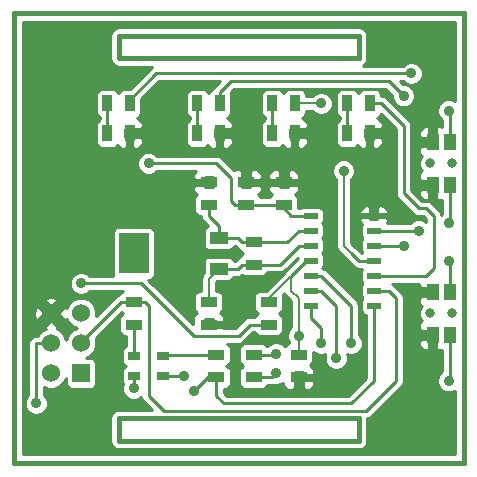
<source format=gtl>
G04 (created by PCBNEW-RS274X (2011-nov-30)-testing) date Mon 10 Sep 2012 05:33:44 PM EDT*
%MOIN*%
G04 Gerber Fmt 3.4, Leading zero omitted, Abs format*
%FSLAX34Y34*%
G01*
G70*
G90*
G04 APERTURE LIST*
%ADD10C,0.006*%
%ADD11C,0.015*%
%ADD12R,0.055X0.035*%
%ADD13R,0.0591X0.0394*%
%ADD14R,0.0984X0.1339*%
%ADD15C,0.0315*%
%ADD16R,0.0413X0.0551*%
%ADD17R,0.045X0.02*%
%ADD18R,0.035X0.055*%
%ADD19R,0.0394X0.0295*%
%ADD20R,0.06X0.06*%
%ADD21C,0.06*%
%ADD22C,0.035*%
%ADD23C,0.008*%
%ADD24C,0.01*%
G04 APERTURE END LIST*
G54D10*
G54D11*
X79500Y-62500D02*
X87500Y-62500D01*
X87500Y-62500D02*
X87500Y-63250D01*
X87500Y-63250D02*
X79500Y-63250D01*
X79500Y-63250D02*
X79500Y-62500D01*
X79500Y-50500D02*
X79500Y-49750D01*
X87500Y-50500D02*
X79500Y-50500D01*
X87500Y-49750D02*
X87500Y-50500D01*
X79500Y-49750D02*
X87500Y-49750D01*
X91000Y-64000D02*
X91000Y-49000D01*
X76000Y-64000D02*
X91000Y-64000D01*
X76000Y-49000D02*
X76000Y-64000D01*
X76000Y-64000D02*
X76000Y-49000D01*
X76000Y-49000D02*
X91000Y-49000D01*
G54D12*
X84000Y-57375D03*
X84000Y-56625D03*
X84500Y-58625D03*
X84500Y-59375D03*
X85000Y-55375D03*
X85000Y-54625D03*
X83750Y-55375D03*
X83750Y-54625D03*
X82500Y-55375D03*
X82500Y-54625D03*
G54D13*
X82835Y-57512D03*
X82835Y-56488D03*
G54D14*
X80000Y-57000D03*
G54D15*
X90604Y-59000D03*
G54D16*
X89965Y-58291D03*
X90535Y-59709D03*
X90535Y-58291D03*
X89965Y-59709D03*
G54D15*
X89896Y-59000D03*
X90604Y-54000D03*
G54D16*
X89965Y-53291D03*
X90535Y-54709D03*
X90535Y-53291D03*
X89965Y-54709D03*
G54D15*
X89896Y-54000D03*
G54D17*
X85900Y-55750D03*
X85900Y-56250D03*
X85900Y-56750D03*
X85900Y-57250D03*
X85900Y-57750D03*
X85900Y-58250D03*
X85900Y-58750D03*
X88000Y-58750D03*
X88000Y-58250D03*
X88000Y-57750D03*
X88000Y-57250D03*
X88000Y-56750D03*
X88000Y-56250D03*
X88000Y-55750D03*
G54D18*
X79875Y-53000D03*
X79125Y-53000D03*
G54D12*
X85500Y-60375D03*
X85500Y-61125D03*
G54D18*
X87875Y-53000D03*
X87125Y-53000D03*
X85375Y-53000D03*
X84625Y-53000D03*
X82875Y-53000D03*
X82125Y-53000D03*
G54D12*
X84000Y-61125D03*
X84000Y-60375D03*
X82750Y-61125D03*
X82750Y-60375D03*
X80000Y-58625D03*
X80000Y-59375D03*
G54D18*
X79875Y-52000D03*
X79125Y-52000D03*
X82875Y-52000D03*
X82125Y-52000D03*
X85375Y-52000D03*
X84625Y-52000D03*
X87875Y-52000D03*
X87125Y-52000D03*
G54D12*
X82500Y-58625D03*
X82500Y-59375D03*
G54D19*
X80028Y-61085D03*
X80028Y-60415D03*
X80972Y-60415D03*
X80972Y-61085D03*
G54D20*
X78250Y-61000D03*
G54D21*
X77250Y-61000D03*
X78250Y-60000D03*
X77250Y-60000D03*
X78250Y-59000D03*
X77250Y-59000D03*
G54D22*
X85500Y-59750D03*
X87750Y-54250D03*
X83250Y-58250D03*
X79750Y-54500D03*
X86500Y-61250D03*
X90000Y-62000D03*
X89500Y-56250D03*
X89250Y-51000D03*
X89000Y-56750D03*
X89000Y-51750D03*
X87000Y-54250D03*
X86250Y-52000D03*
X82000Y-61600D03*
X76750Y-62000D03*
X86250Y-60000D03*
X84750Y-61000D03*
X84750Y-60350D03*
X81675Y-61075D03*
X90500Y-52250D03*
X90500Y-56000D03*
X87250Y-60000D03*
X90500Y-57250D03*
X90500Y-61250D03*
X86750Y-60500D03*
X78250Y-58000D03*
X80000Y-61500D03*
X80500Y-54000D03*
G54D23*
X84500Y-58625D02*
X84500Y-58500D01*
X84500Y-58500D02*
X85250Y-57750D01*
X85500Y-60375D02*
X85500Y-59750D01*
X85500Y-60375D02*
X85500Y-58500D01*
X85250Y-58250D02*
X85250Y-57750D01*
X85500Y-58500D02*
X85250Y-58250D01*
G54D24*
X85900Y-57250D02*
X85750Y-57250D01*
X85750Y-57250D02*
X85250Y-57750D01*
X87875Y-53000D02*
X87875Y-54125D01*
X87875Y-54125D02*
X87750Y-54250D01*
X79750Y-54500D02*
X79875Y-54375D01*
X79875Y-54375D02*
X79875Y-53000D01*
X85500Y-61125D02*
X86375Y-61125D01*
X86375Y-61125D02*
X86500Y-61250D01*
X90000Y-62000D02*
X89965Y-61965D01*
X89965Y-61965D02*
X89965Y-59709D01*
X88000Y-56250D02*
X89500Y-56250D01*
X79875Y-52000D02*
X79875Y-51875D01*
X79875Y-51875D02*
X80750Y-51000D01*
X80750Y-51000D02*
X89250Y-51000D01*
X82875Y-52000D02*
X82875Y-51625D01*
X89000Y-56750D02*
X88000Y-56750D01*
X88500Y-51250D02*
X89000Y-51750D01*
X83250Y-51250D02*
X88500Y-51250D01*
X82875Y-51625D02*
X83250Y-51250D01*
G54D23*
X87000Y-54250D02*
X87000Y-55250D01*
X85375Y-52000D02*
X86250Y-52000D01*
X87000Y-56750D02*
X87250Y-57000D01*
X87000Y-55250D02*
X87000Y-56750D01*
X87250Y-57000D02*
X87500Y-57250D01*
G54D24*
X88000Y-57250D02*
X87500Y-57250D01*
X87500Y-57250D02*
X87250Y-57000D01*
X88000Y-57750D02*
X89750Y-57750D01*
X90000Y-57500D02*
X90000Y-55750D01*
X89750Y-57750D02*
X90000Y-57500D01*
X90000Y-55750D02*
X89750Y-55500D01*
X87875Y-52000D02*
X88250Y-52000D01*
X89750Y-55500D02*
X90000Y-55750D01*
X89500Y-55500D02*
X89750Y-55500D01*
X89000Y-55000D02*
X89500Y-55500D01*
X89000Y-52750D02*
X89000Y-55000D01*
X88250Y-52000D02*
X89000Y-52750D01*
X80750Y-62000D02*
X81000Y-62250D01*
X88750Y-61250D02*
X88750Y-60000D01*
X87750Y-62250D02*
X88750Y-61250D01*
X81000Y-62250D02*
X87750Y-62250D01*
X78250Y-60000D02*
X78250Y-59950D01*
X79575Y-58625D02*
X80000Y-58625D01*
X78250Y-59950D02*
X79575Y-58625D01*
X80000Y-58625D02*
X80375Y-58625D01*
X80500Y-61750D02*
X80750Y-62000D01*
X80500Y-58750D02*
X80500Y-61750D01*
X80375Y-58625D02*
X80500Y-58750D01*
X88500Y-58250D02*
X88000Y-58250D01*
X88750Y-60000D02*
X88750Y-58500D01*
X88750Y-58500D02*
X88500Y-58250D01*
X82750Y-61125D02*
X82750Y-61750D01*
X88000Y-61250D02*
X88000Y-60000D01*
X87250Y-62000D02*
X88000Y-61250D01*
X83000Y-62000D02*
X87250Y-62000D01*
X82750Y-61750D02*
X83000Y-62000D01*
X82475Y-61125D02*
X82750Y-61125D01*
X82000Y-61600D02*
X82475Y-61125D01*
X88000Y-60000D02*
X88000Y-58750D01*
X77250Y-60000D02*
X76750Y-60000D01*
X76750Y-60000D02*
X76750Y-61750D01*
X76750Y-61750D02*
X76750Y-62000D01*
X86250Y-60000D02*
X86250Y-59750D01*
X85900Y-59150D02*
X86250Y-59500D01*
X86250Y-59500D02*
X86250Y-59750D01*
X85900Y-58750D02*
X85900Y-59150D01*
X84625Y-61125D02*
X84000Y-61125D01*
X84750Y-61000D02*
X84625Y-61125D01*
X87125Y-52000D02*
X87125Y-53000D01*
X80972Y-61085D02*
X81665Y-61085D01*
X84725Y-60375D02*
X84000Y-60375D01*
X84750Y-60350D02*
X84725Y-60375D01*
X81665Y-61085D02*
X81675Y-61075D01*
X82750Y-60375D02*
X81012Y-60375D01*
X81012Y-60375D02*
X80972Y-60415D01*
X80000Y-59375D02*
X80000Y-60387D01*
X80000Y-60387D02*
X80028Y-60415D01*
X79125Y-52000D02*
X79125Y-53000D01*
X82125Y-52000D02*
X82125Y-53000D01*
X84625Y-53000D02*
X84625Y-52000D01*
G54D23*
X82500Y-58625D02*
X82500Y-57847D01*
X82500Y-57847D02*
X82835Y-57512D01*
G54D24*
X82835Y-57512D02*
X83488Y-57512D01*
X83625Y-57375D02*
X84000Y-57375D01*
X83488Y-57512D02*
X83625Y-57375D01*
X84000Y-57375D02*
X84875Y-57375D01*
X85500Y-56750D02*
X85900Y-56750D01*
X84875Y-57375D02*
X85500Y-56750D01*
X82835Y-56488D02*
X82835Y-56085D01*
X82500Y-55750D02*
X82500Y-55375D01*
X82835Y-56085D02*
X82500Y-55750D01*
X82835Y-56488D02*
X83488Y-56488D01*
X83625Y-56625D02*
X84000Y-56625D01*
X83488Y-56488D02*
X83625Y-56625D01*
X85900Y-56250D02*
X85500Y-56250D01*
X85125Y-56625D02*
X84000Y-56625D01*
X85500Y-56250D02*
X85125Y-56625D01*
X90535Y-52285D02*
X90535Y-53291D01*
X90500Y-52250D02*
X90535Y-52285D01*
X85900Y-57750D02*
X86250Y-57750D01*
X90535Y-55965D02*
X90535Y-54709D01*
X90500Y-56000D02*
X90535Y-55965D01*
X87250Y-58750D02*
X87250Y-60000D01*
X86250Y-57750D02*
X87250Y-58750D01*
X90535Y-58291D02*
X90535Y-57285D01*
X90535Y-57285D02*
X90500Y-57250D01*
X85900Y-58250D02*
X86250Y-58250D01*
X90535Y-61215D02*
X90535Y-59709D01*
X90500Y-61250D02*
X90535Y-61215D01*
X86750Y-58750D02*
X86750Y-60500D01*
X86250Y-58250D02*
X86750Y-58750D01*
X84500Y-59375D02*
X83875Y-59375D01*
X80250Y-58000D02*
X78250Y-58000D01*
X82000Y-59750D02*
X80250Y-58000D01*
X83500Y-59750D02*
X82000Y-59750D01*
X83875Y-59375D02*
X83500Y-59750D01*
X80028Y-61085D02*
X80028Y-61222D01*
X80028Y-61222D02*
X80000Y-61250D01*
X80000Y-61250D02*
X80000Y-61500D01*
X82750Y-54000D02*
X80500Y-54000D01*
X83250Y-54500D02*
X82750Y-54000D01*
X83250Y-55250D02*
X83250Y-54500D01*
X83375Y-55375D02*
X83250Y-55250D01*
X83750Y-55375D02*
X83375Y-55375D01*
X85000Y-55375D02*
X83750Y-55375D01*
X85000Y-55375D02*
X85000Y-55500D01*
X85000Y-55500D02*
X85250Y-55750D01*
X85250Y-55750D02*
X85900Y-55750D01*
G54D10*
G36*
X85465Y-57167D02*
X85066Y-57566D01*
X85036Y-57610D01*
X84406Y-58240D01*
X84183Y-58240D01*
X84106Y-58272D01*
X84047Y-58331D01*
X84015Y-58408D01*
X84015Y-58492D01*
X84015Y-58842D01*
X84047Y-58919D01*
X84106Y-58978D01*
X84158Y-59000D01*
X84106Y-59022D01*
X84047Y-59081D01*
X84032Y-59115D01*
X83875Y-59115D01*
X83776Y-59135D01*
X83691Y-59191D01*
X83392Y-59490D01*
X82991Y-59490D01*
X82963Y-59462D01*
X82637Y-59462D01*
X82637Y-59490D01*
X82363Y-59490D01*
X82363Y-59462D01*
X82300Y-59462D01*
X82300Y-59288D01*
X82363Y-59288D01*
X82363Y-59200D01*
X82637Y-59200D01*
X82637Y-59288D01*
X82963Y-59288D01*
X83025Y-59226D01*
X83024Y-59151D01*
X82986Y-59059D01*
X82916Y-58989D01*
X82891Y-58978D01*
X82894Y-58978D01*
X82953Y-58919D01*
X82985Y-58842D01*
X82985Y-58758D01*
X82985Y-58408D01*
X82953Y-58331D01*
X82894Y-58272D01*
X82817Y-58240D01*
X82750Y-58240D01*
X82750Y-57950D01*
X82781Y-57919D01*
X83172Y-57919D01*
X83249Y-57887D01*
X83308Y-57828D01*
X83331Y-57772D01*
X83488Y-57772D01*
X83587Y-57752D01*
X83588Y-57752D01*
X83616Y-57732D01*
X83617Y-57732D01*
X83683Y-57760D01*
X83767Y-57760D01*
X84317Y-57760D01*
X84394Y-57728D01*
X84453Y-57669D01*
X84467Y-57635D01*
X84875Y-57635D01*
X84974Y-57615D01*
X84975Y-57615D01*
X85059Y-57559D01*
X85465Y-57152D01*
X85465Y-57167D01*
X85465Y-57167D01*
G37*
G54D24*
X85465Y-57167D02*
X85066Y-57566D01*
X85036Y-57610D01*
X84406Y-58240D01*
X84183Y-58240D01*
X84106Y-58272D01*
X84047Y-58331D01*
X84015Y-58408D01*
X84015Y-58492D01*
X84015Y-58842D01*
X84047Y-58919D01*
X84106Y-58978D01*
X84158Y-59000D01*
X84106Y-59022D01*
X84047Y-59081D01*
X84032Y-59115D01*
X83875Y-59115D01*
X83776Y-59135D01*
X83691Y-59191D01*
X83392Y-59490D01*
X82991Y-59490D01*
X82963Y-59462D01*
X82637Y-59462D01*
X82637Y-59490D01*
X82363Y-59490D01*
X82363Y-59462D01*
X82300Y-59462D01*
X82300Y-59288D01*
X82363Y-59288D01*
X82363Y-59200D01*
X82637Y-59200D01*
X82637Y-59288D01*
X82963Y-59288D01*
X83025Y-59226D01*
X83024Y-59151D01*
X82986Y-59059D01*
X82916Y-58989D01*
X82891Y-58978D01*
X82894Y-58978D01*
X82953Y-58919D01*
X82985Y-58842D01*
X82985Y-58758D01*
X82985Y-58408D01*
X82953Y-58331D01*
X82894Y-58272D01*
X82817Y-58240D01*
X82750Y-58240D01*
X82750Y-57950D01*
X82781Y-57919D01*
X83172Y-57919D01*
X83249Y-57887D01*
X83308Y-57828D01*
X83331Y-57772D01*
X83488Y-57772D01*
X83587Y-57752D01*
X83588Y-57752D01*
X83616Y-57732D01*
X83617Y-57732D01*
X83683Y-57760D01*
X83767Y-57760D01*
X84317Y-57760D01*
X84394Y-57728D01*
X84453Y-57669D01*
X84467Y-57635D01*
X84875Y-57635D01*
X84974Y-57615D01*
X84975Y-57615D01*
X85059Y-57559D01*
X85465Y-57152D01*
X85465Y-57167D01*
G54D10*
G36*
X90700Y-63700D02*
X89862Y-63700D01*
X89862Y-60172D01*
X89862Y-59846D01*
X89571Y-59846D01*
X89509Y-59908D01*
X89510Y-60033D01*
X89548Y-60125D01*
X89618Y-60195D01*
X89709Y-60233D01*
X89801Y-60233D01*
X89862Y-60172D01*
X89862Y-63700D01*
X76300Y-63700D01*
X76300Y-49300D01*
X90700Y-49300D01*
X90700Y-51915D01*
X90577Y-51865D01*
X90424Y-51864D01*
X90282Y-51923D01*
X90173Y-52031D01*
X90115Y-52173D01*
X90114Y-52326D01*
X90173Y-52468D01*
X90275Y-52570D01*
X90275Y-52789D01*
X90221Y-52767D01*
X90129Y-52767D01*
X90068Y-52828D01*
X90068Y-53154D01*
X90119Y-53154D01*
X90119Y-53428D01*
X90068Y-53428D01*
X90068Y-53491D01*
X89862Y-53491D01*
X89862Y-53428D01*
X89862Y-53154D01*
X89862Y-52828D01*
X89801Y-52767D01*
X89709Y-52767D01*
X89636Y-52797D01*
X89636Y-50924D01*
X89577Y-50782D01*
X89469Y-50673D01*
X89327Y-50615D01*
X89174Y-50614D01*
X89032Y-50673D01*
X88964Y-50740D01*
X87644Y-50740D01*
X87702Y-50702D01*
X87763Y-50609D01*
X87785Y-50500D01*
X87785Y-49750D01*
X87763Y-49641D01*
X87702Y-49548D01*
X87609Y-49487D01*
X87500Y-49465D01*
X79500Y-49465D01*
X79391Y-49487D01*
X79298Y-49548D01*
X79237Y-49641D01*
X79215Y-49750D01*
X79215Y-50500D01*
X79237Y-50609D01*
X79298Y-50702D01*
X79391Y-50763D01*
X79500Y-50785D01*
X80613Y-50785D01*
X80566Y-50816D01*
X79867Y-51515D01*
X79658Y-51515D01*
X79581Y-51547D01*
X79522Y-51606D01*
X79500Y-51658D01*
X79478Y-51606D01*
X79419Y-51547D01*
X79342Y-51515D01*
X79258Y-51515D01*
X78908Y-51515D01*
X78831Y-51547D01*
X78772Y-51606D01*
X78740Y-51683D01*
X78740Y-51767D01*
X78740Y-52317D01*
X78772Y-52394D01*
X78831Y-52453D01*
X78865Y-52467D01*
X78865Y-52532D01*
X78831Y-52547D01*
X78772Y-52606D01*
X78740Y-52683D01*
X78740Y-52767D01*
X78740Y-53317D01*
X78772Y-53394D01*
X78831Y-53453D01*
X78908Y-53485D01*
X78992Y-53485D01*
X79342Y-53485D01*
X79419Y-53453D01*
X79478Y-53394D01*
X79478Y-53391D01*
X79489Y-53416D01*
X79559Y-53486D01*
X79651Y-53524D01*
X79726Y-53525D01*
X79788Y-53463D01*
X79788Y-53137D01*
X79700Y-53137D01*
X79700Y-52863D01*
X79788Y-52863D01*
X79788Y-52800D01*
X79962Y-52800D01*
X79962Y-52863D01*
X80238Y-52863D01*
X80300Y-52801D01*
X80299Y-52774D01*
X80299Y-52675D01*
X80261Y-52584D01*
X80191Y-52514D01*
X80125Y-52486D01*
X80125Y-52475D01*
X80115Y-52475D01*
X80169Y-52453D01*
X80228Y-52394D01*
X80260Y-52317D01*
X80260Y-52233D01*
X80260Y-51858D01*
X80858Y-51260D01*
X82872Y-51260D01*
X82691Y-51441D01*
X82635Y-51524D01*
X82581Y-51547D01*
X82522Y-51606D01*
X82500Y-51658D01*
X82478Y-51606D01*
X82419Y-51547D01*
X82342Y-51515D01*
X82258Y-51515D01*
X81908Y-51515D01*
X81831Y-51547D01*
X81772Y-51606D01*
X81740Y-51683D01*
X81740Y-51767D01*
X81740Y-52317D01*
X81772Y-52394D01*
X81831Y-52453D01*
X81865Y-52467D01*
X81865Y-52532D01*
X81831Y-52547D01*
X81772Y-52606D01*
X81740Y-52683D01*
X81740Y-52767D01*
X81740Y-53317D01*
X81772Y-53394D01*
X81831Y-53453D01*
X81908Y-53485D01*
X81992Y-53485D01*
X82342Y-53485D01*
X82419Y-53453D01*
X82478Y-53394D01*
X82478Y-53391D01*
X82489Y-53416D01*
X82559Y-53486D01*
X82651Y-53524D01*
X82726Y-53525D01*
X82788Y-53463D01*
X82788Y-53137D01*
X82700Y-53137D01*
X82700Y-52863D01*
X82788Y-52863D01*
X82788Y-52800D01*
X82962Y-52800D01*
X82962Y-52863D01*
X83238Y-52863D01*
X83300Y-52801D01*
X83299Y-52774D01*
X83299Y-52675D01*
X83261Y-52584D01*
X83191Y-52514D01*
X83125Y-52486D01*
X83125Y-52475D01*
X83115Y-52475D01*
X83169Y-52453D01*
X83228Y-52394D01*
X83260Y-52317D01*
X83260Y-52233D01*
X83260Y-51683D01*
X83237Y-51630D01*
X83358Y-51510D01*
X88392Y-51510D01*
X88614Y-51732D01*
X88614Y-51826D01*
X88673Y-51968D01*
X88781Y-52077D01*
X88923Y-52135D01*
X89076Y-52136D01*
X89218Y-52077D01*
X89327Y-51969D01*
X89385Y-51827D01*
X89386Y-51674D01*
X89327Y-51532D01*
X89219Y-51423D01*
X89077Y-51365D01*
X88982Y-51364D01*
X88878Y-51260D01*
X88964Y-51260D01*
X89031Y-51327D01*
X89173Y-51385D01*
X89326Y-51386D01*
X89468Y-51327D01*
X89577Y-51219D01*
X89635Y-51077D01*
X89636Y-50924D01*
X89636Y-52797D01*
X89618Y-52805D01*
X89548Y-52875D01*
X89510Y-52967D01*
X89509Y-53092D01*
X89571Y-53154D01*
X89862Y-53154D01*
X89862Y-53428D01*
X89571Y-53428D01*
X89509Y-53490D01*
X89510Y-53615D01*
X89548Y-53707D01*
X89609Y-53768D01*
X89585Y-53792D01*
X89529Y-53927D01*
X89529Y-54073D01*
X89585Y-54208D01*
X89609Y-54232D01*
X89548Y-54293D01*
X89510Y-54385D01*
X89509Y-54510D01*
X89571Y-54572D01*
X89862Y-54572D01*
X89862Y-54509D01*
X90068Y-54509D01*
X90068Y-54572D01*
X90119Y-54572D01*
X90119Y-54846D01*
X90068Y-54846D01*
X90068Y-55172D01*
X90129Y-55233D01*
X90221Y-55233D01*
X90275Y-55210D01*
X90275Y-55679D01*
X90250Y-55704D01*
X90240Y-55651D01*
X90239Y-55650D01*
X90184Y-55566D01*
X90181Y-55564D01*
X89934Y-55316D01*
X89862Y-55268D01*
X89862Y-55172D01*
X89862Y-54846D01*
X89571Y-54846D01*
X89509Y-54908D01*
X89510Y-55033D01*
X89548Y-55125D01*
X89618Y-55195D01*
X89709Y-55233D01*
X89801Y-55233D01*
X89862Y-55172D01*
X89862Y-55268D01*
X89850Y-55260D01*
X89750Y-55240D01*
X89608Y-55240D01*
X89260Y-54892D01*
X89260Y-52750D01*
X89240Y-52651D01*
X89239Y-52650D01*
X89184Y-52566D01*
X89181Y-52564D01*
X88434Y-51816D01*
X88350Y-51760D01*
X88260Y-51742D01*
X88260Y-51683D01*
X88228Y-51606D01*
X88169Y-51547D01*
X88092Y-51515D01*
X88008Y-51515D01*
X87658Y-51515D01*
X87581Y-51547D01*
X87522Y-51606D01*
X87500Y-51658D01*
X87478Y-51606D01*
X87419Y-51547D01*
X87342Y-51515D01*
X87258Y-51515D01*
X86908Y-51515D01*
X86831Y-51547D01*
X86772Y-51606D01*
X86740Y-51683D01*
X86740Y-51767D01*
X86740Y-52317D01*
X86772Y-52394D01*
X86831Y-52453D01*
X86865Y-52467D01*
X86865Y-52532D01*
X86831Y-52547D01*
X86772Y-52606D01*
X86740Y-52683D01*
X86740Y-52767D01*
X86740Y-53317D01*
X86772Y-53394D01*
X86831Y-53453D01*
X86908Y-53485D01*
X86992Y-53485D01*
X87342Y-53485D01*
X87419Y-53453D01*
X87478Y-53394D01*
X87478Y-53391D01*
X87489Y-53416D01*
X87559Y-53486D01*
X87651Y-53524D01*
X87726Y-53525D01*
X87788Y-53463D01*
X87788Y-53137D01*
X87700Y-53137D01*
X87700Y-52863D01*
X87788Y-52863D01*
X87788Y-52800D01*
X87962Y-52800D01*
X87962Y-52863D01*
X88238Y-52863D01*
X88300Y-52801D01*
X88299Y-52774D01*
X88299Y-52675D01*
X88261Y-52584D01*
X88191Y-52514D01*
X88125Y-52486D01*
X88125Y-52475D01*
X88115Y-52475D01*
X88169Y-52453D01*
X88228Y-52394D01*
X88242Y-52359D01*
X88740Y-52857D01*
X88740Y-55000D01*
X88760Y-55100D01*
X88816Y-55184D01*
X89316Y-55684D01*
X89400Y-55740D01*
X89401Y-55740D01*
X89500Y-55760D01*
X89642Y-55760D01*
X89740Y-55857D01*
X89740Y-55944D01*
X89719Y-55923D01*
X89577Y-55865D01*
X89424Y-55864D01*
X89282Y-55923D01*
X89214Y-55990D01*
X88436Y-55990D01*
X88474Y-55899D01*
X88475Y-55862D01*
X88475Y-55638D01*
X88474Y-55601D01*
X88436Y-55509D01*
X88366Y-55439D01*
X88300Y-55411D01*
X88300Y-53199D01*
X88238Y-53137D01*
X87962Y-53137D01*
X87962Y-53463D01*
X88024Y-53525D01*
X88099Y-53524D01*
X88191Y-53486D01*
X88261Y-53416D01*
X88299Y-53325D01*
X88299Y-53226D01*
X88300Y-53199D01*
X88300Y-55411D01*
X88275Y-55401D01*
X88176Y-55401D01*
X88174Y-55400D01*
X88112Y-55462D01*
X88112Y-55700D01*
X88413Y-55700D01*
X88475Y-55638D01*
X88475Y-55862D01*
X88413Y-55800D01*
X88112Y-55800D01*
X88112Y-55850D01*
X87888Y-55850D01*
X87888Y-55800D01*
X87888Y-55700D01*
X87888Y-55462D01*
X87826Y-55400D01*
X87824Y-55401D01*
X87725Y-55401D01*
X87634Y-55439D01*
X87564Y-55509D01*
X87526Y-55601D01*
X87525Y-55638D01*
X87587Y-55700D01*
X87888Y-55700D01*
X87888Y-55800D01*
X87587Y-55800D01*
X87525Y-55862D01*
X87526Y-55899D01*
X87564Y-55991D01*
X87600Y-56027D01*
X87597Y-56031D01*
X87565Y-56108D01*
X87565Y-56192D01*
X87565Y-56392D01*
X87597Y-56469D01*
X87628Y-56500D01*
X87597Y-56531D01*
X87565Y-56608D01*
X87565Y-56692D01*
X87565Y-56892D01*
X87597Y-56969D01*
X87618Y-56990D01*
X87607Y-56990D01*
X87434Y-56816D01*
X87389Y-56786D01*
X87250Y-56646D01*
X87250Y-55250D01*
X87250Y-54545D01*
X87327Y-54469D01*
X87385Y-54327D01*
X87386Y-54174D01*
X87327Y-54032D01*
X87219Y-53923D01*
X87077Y-53865D01*
X86924Y-53864D01*
X86782Y-53923D01*
X86673Y-54031D01*
X86636Y-54121D01*
X86636Y-51924D01*
X86577Y-51782D01*
X86469Y-51673D01*
X86327Y-51615D01*
X86174Y-51614D01*
X86032Y-51673D01*
X85954Y-51750D01*
X85760Y-51750D01*
X85760Y-51683D01*
X85728Y-51606D01*
X85669Y-51547D01*
X85592Y-51515D01*
X85508Y-51515D01*
X85158Y-51515D01*
X85081Y-51547D01*
X85022Y-51606D01*
X85000Y-51658D01*
X84978Y-51606D01*
X84919Y-51547D01*
X84842Y-51515D01*
X84758Y-51515D01*
X84408Y-51515D01*
X84331Y-51547D01*
X84272Y-51606D01*
X84240Y-51683D01*
X84240Y-51767D01*
X84240Y-52317D01*
X84272Y-52394D01*
X84331Y-52453D01*
X84365Y-52467D01*
X84365Y-52532D01*
X84331Y-52547D01*
X84272Y-52606D01*
X84240Y-52683D01*
X84240Y-52767D01*
X84240Y-53317D01*
X84272Y-53394D01*
X84331Y-53453D01*
X84408Y-53485D01*
X84492Y-53485D01*
X84842Y-53485D01*
X84919Y-53453D01*
X84978Y-53394D01*
X84978Y-53391D01*
X84989Y-53416D01*
X85059Y-53486D01*
X85151Y-53524D01*
X85226Y-53525D01*
X85288Y-53463D01*
X85288Y-53137D01*
X85200Y-53137D01*
X85200Y-52863D01*
X85288Y-52863D01*
X85288Y-52800D01*
X85462Y-52800D01*
X85462Y-52863D01*
X85738Y-52863D01*
X85800Y-52801D01*
X85799Y-52774D01*
X85799Y-52675D01*
X85761Y-52584D01*
X85691Y-52514D01*
X85625Y-52486D01*
X85625Y-52475D01*
X85615Y-52475D01*
X85669Y-52453D01*
X85728Y-52394D01*
X85760Y-52317D01*
X85760Y-52250D01*
X85954Y-52250D01*
X86031Y-52327D01*
X86173Y-52385D01*
X86326Y-52386D01*
X86468Y-52327D01*
X86577Y-52219D01*
X86635Y-52077D01*
X86636Y-51924D01*
X86636Y-54121D01*
X86615Y-54173D01*
X86614Y-54326D01*
X86673Y-54468D01*
X86750Y-54545D01*
X86750Y-55250D01*
X86750Y-56750D01*
X86769Y-56846D01*
X86823Y-56927D01*
X87036Y-57139D01*
X87066Y-57184D01*
X87314Y-57431D01*
X87316Y-57434D01*
X87400Y-57489D01*
X87401Y-57490D01*
X87500Y-57510D01*
X87618Y-57510D01*
X87597Y-57531D01*
X87565Y-57608D01*
X87565Y-57692D01*
X87565Y-57892D01*
X87597Y-57969D01*
X87628Y-58000D01*
X87597Y-58031D01*
X87565Y-58108D01*
X87565Y-58192D01*
X87565Y-58392D01*
X87597Y-58469D01*
X87628Y-58500D01*
X87597Y-58531D01*
X87565Y-58608D01*
X87565Y-58692D01*
X87565Y-58892D01*
X87597Y-58969D01*
X87656Y-59028D01*
X87733Y-59060D01*
X87740Y-59060D01*
X87740Y-60000D01*
X87740Y-61142D01*
X87142Y-61740D01*
X86025Y-61740D01*
X86025Y-61274D01*
X85963Y-61212D01*
X85637Y-61212D01*
X85637Y-61488D01*
X85699Y-61550D01*
X85726Y-61549D01*
X85825Y-61549D01*
X85916Y-61511D01*
X85986Y-61441D01*
X86024Y-61349D01*
X86025Y-61274D01*
X86025Y-61740D01*
X83107Y-61740D01*
X83010Y-61642D01*
X83010Y-61510D01*
X83067Y-61510D01*
X83144Y-61478D01*
X83203Y-61419D01*
X83235Y-61342D01*
X83235Y-61258D01*
X83235Y-60908D01*
X83203Y-60831D01*
X83144Y-60772D01*
X83091Y-60750D01*
X83144Y-60728D01*
X83203Y-60669D01*
X83235Y-60592D01*
X83235Y-60508D01*
X83235Y-60158D01*
X83203Y-60081D01*
X83144Y-60022D01*
X83115Y-60010D01*
X83500Y-60010D01*
X83599Y-59990D01*
X83600Y-59990D01*
X83684Y-59934D01*
X83983Y-59635D01*
X84032Y-59635D01*
X84047Y-59669D01*
X84106Y-59728D01*
X84183Y-59760D01*
X84267Y-59760D01*
X84817Y-59760D01*
X84894Y-59728D01*
X84953Y-59669D01*
X84985Y-59592D01*
X84985Y-59508D01*
X84985Y-59158D01*
X84953Y-59081D01*
X84894Y-59022D01*
X84841Y-59000D01*
X84894Y-58978D01*
X84953Y-58919D01*
X84985Y-58842D01*
X84985Y-58758D01*
X84985Y-58408D01*
X84973Y-58380D01*
X85017Y-58336D01*
X85019Y-58346D01*
X85073Y-58427D01*
X85250Y-58603D01*
X85250Y-59454D01*
X85173Y-59531D01*
X85115Y-59673D01*
X85114Y-59826D01*
X85173Y-59968D01*
X85194Y-59990D01*
X85183Y-59990D01*
X85106Y-60022D01*
X85047Y-60081D01*
X85040Y-60095D01*
X84969Y-60023D01*
X84827Y-59965D01*
X84674Y-59964D01*
X84532Y-60023D01*
X84458Y-60095D01*
X84453Y-60081D01*
X84394Y-60022D01*
X84317Y-59990D01*
X84233Y-59990D01*
X83683Y-59990D01*
X83606Y-60022D01*
X83547Y-60081D01*
X83515Y-60158D01*
X83515Y-60242D01*
X83515Y-60592D01*
X83547Y-60669D01*
X83606Y-60728D01*
X83658Y-60750D01*
X83606Y-60772D01*
X83547Y-60831D01*
X83515Y-60908D01*
X83515Y-60992D01*
X83515Y-61342D01*
X83547Y-61419D01*
X83606Y-61478D01*
X83683Y-61510D01*
X83767Y-61510D01*
X84317Y-61510D01*
X84394Y-61478D01*
X84453Y-61419D01*
X84467Y-61385D01*
X84625Y-61385D01*
X84657Y-61378D01*
X84673Y-61385D01*
X84826Y-61386D01*
X84968Y-61327D01*
X84975Y-61319D01*
X84975Y-61375D01*
X84986Y-61375D01*
X85014Y-61441D01*
X85084Y-61511D01*
X85175Y-61549D01*
X85274Y-61549D01*
X85301Y-61550D01*
X85363Y-61488D01*
X85363Y-61212D01*
X85300Y-61212D01*
X85300Y-61038D01*
X85363Y-61038D01*
X85363Y-60950D01*
X85637Y-60950D01*
X85637Y-61038D01*
X85963Y-61038D01*
X86025Y-60976D01*
X86024Y-60901D01*
X85986Y-60809D01*
X85916Y-60739D01*
X85891Y-60728D01*
X85894Y-60728D01*
X85953Y-60669D01*
X85985Y-60592D01*
X85985Y-60508D01*
X85985Y-60280D01*
X86031Y-60327D01*
X86173Y-60385D01*
X86326Y-60386D01*
X86391Y-60358D01*
X86365Y-60423D01*
X86364Y-60576D01*
X86423Y-60718D01*
X86531Y-60827D01*
X86673Y-60885D01*
X86826Y-60886D01*
X86968Y-60827D01*
X87077Y-60719D01*
X87135Y-60577D01*
X87136Y-60424D01*
X87108Y-60358D01*
X87173Y-60385D01*
X87326Y-60386D01*
X87468Y-60327D01*
X87577Y-60219D01*
X87635Y-60077D01*
X87636Y-59924D01*
X87577Y-59782D01*
X87510Y-59714D01*
X87510Y-58750D01*
X87490Y-58651D01*
X87490Y-58650D01*
X87434Y-58566D01*
X86434Y-57566D01*
X86350Y-57510D01*
X86276Y-57495D01*
X86303Y-57469D01*
X86335Y-57392D01*
X86335Y-57308D01*
X86335Y-57108D01*
X86303Y-57031D01*
X86272Y-57000D01*
X86303Y-56969D01*
X86335Y-56892D01*
X86335Y-56808D01*
X86335Y-56608D01*
X86303Y-56531D01*
X86272Y-56500D01*
X86303Y-56469D01*
X86335Y-56392D01*
X86335Y-56308D01*
X86335Y-56108D01*
X86303Y-56031D01*
X86272Y-56000D01*
X86303Y-55969D01*
X86335Y-55892D01*
X86335Y-55808D01*
X86335Y-55608D01*
X86303Y-55531D01*
X86244Y-55472D01*
X86167Y-55440D01*
X86083Y-55440D01*
X85800Y-55440D01*
X85800Y-53199D01*
X85738Y-53137D01*
X85462Y-53137D01*
X85462Y-53463D01*
X85524Y-53525D01*
X85599Y-53524D01*
X85691Y-53486D01*
X85761Y-53416D01*
X85799Y-53325D01*
X85799Y-53226D01*
X85800Y-53199D01*
X85800Y-55440D01*
X85633Y-55440D01*
X85556Y-55472D01*
X85538Y-55490D01*
X85485Y-55490D01*
X85485Y-55158D01*
X85453Y-55081D01*
X85394Y-55022D01*
X85391Y-55021D01*
X85416Y-55011D01*
X85486Y-54941D01*
X85524Y-54849D01*
X85525Y-54774D01*
X85525Y-54476D01*
X85524Y-54401D01*
X85486Y-54309D01*
X85416Y-54239D01*
X85325Y-54201D01*
X85226Y-54201D01*
X85199Y-54200D01*
X85137Y-54262D01*
X85137Y-54538D01*
X85463Y-54538D01*
X85525Y-54476D01*
X85525Y-54774D01*
X85463Y-54712D01*
X85137Y-54712D01*
X85137Y-54800D01*
X84863Y-54800D01*
X84863Y-54712D01*
X84863Y-54538D01*
X84863Y-54262D01*
X84801Y-54200D01*
X84774Y-54201D01*
X84675Y-54201D01*
X84584Y-54239D01*
X84514Y-54309D01*
X84476Y-54401D01*
X84475Y-54476D01*
X84537Y-54538D01*
X84863Y-54538D01*
X84863Y-54712D01*
X84537Y-54712D01*
X84475Y-54774D01*
X84476Y-54849D01*
X84514Y-54941D01*
X84584Y-55011D01*
X84608Y-55021D01*
X84606Y-55022D01*
X84547Y-55081D01*
X84532Y-55115D01*
X84217Y-55115D01*
X84203Y-55081D01*
X84144Y-55022D01*
X84141Y-55021D01*
X84166Y-55011D01*
X84236Y-54941D01*
X84274Y-54849D01*
X84275Y-54774D01*
X84275Y-54476D01*
X84274Y-54401D01*
X84236Y-54309D01*
X84166Y-54239D01*
X84075Y-54201D01*
X83976Y-54201D01*
X83949Y-54200D01*
X83887Y-54262D01*
X83887Y-54538D01*
X84213Y-54538D01*
X84275Y-54476D01*
X84275Y-54774D01*
X84213Y-54712D01*
X83887Y-54712D01*
X83887Y-54800D01*
X83613Y-54800D01*
X83613Y-54712D01*
X83550Y-54712D01*
X83550Y-54538D01*
X83613Y-54538D01*
X83613Y-54262D01*
X83551Y-54200D01*
X83524Y-54201D01*
X83425Y-54201D01*
X83350Y-54232D01*
X83300Y-54182D01*
X83300Y-53199D01*
X83238Y-53137D01*
X82962Y-53137D01*
X82962Y-53463D01*
X83024Y-53525D01*
X83099Y-53524D01*
X83191Y-53486D01*
X83261Y-53416D01*
X83299Y-53325D01*
X83299Y-53226D01*
X83300Y-53199D01*
X83300Y-54182D01*
X82934Y-53816D01*
X82850Y-53760D01*
X82750Y-53740D01*
X80785Y-53740D01*
X80719Y-53673D01*
X80577Y-53615D01*
X80424Y-53614D01*
X80300Y-53665D01*
X80300Y-53199D01*
X80238Y-53137D01*
X79962Y-53137D01*
X79962Y-53463D01*
X80024Y-53525D01*
X80099Y-53524D01*
X80191Y-53486D01*
X80261Y-53416D01*
X80299Y-53325D01*
X80299Y-53226D01*
X80300Y-53199D01*
X80300Y-53665D01*
X80282Y-53673D01*
X80173Y-53781D01*
X80115Y-53923D01*
X80114Y-54076D01*
X80173Y-54218D01*
X80281Y-54327D01*
X80423Y-54385D01*
X80576Y-54386D01*
X80718Y-54327D01*
X80785Y-54260D01*
X82063Y-54260D01*
X82014Y-54309D01*
X81976Y-54401D01*
X81975Y-54476D01*
X82037Y-54538D01*
X82363Y-54538D01*
X82363Y-54450D01*
X82637Y-54450D01*
X82637Y-54538D01*
X82700Y-54538D01*
X82700Y-54712D01*
X82637Y-54712D01*
X82637Y-54800D01*
X82363Y-54800D01*
X82363Y-54712D01*
X82037Y-54712D01*
X81975Y-54774D01*
X81976Y-54849D01*
X82014Y-54941D01*
X82084Y-55011D01*
X82108Y-55021D01*
X82106Y-55022D01*
X82047Y-55081D01*
X82015Y-55158D01*
X82015Y-55242D01*
X82015Y-55592D01*
X82047Y-55669D01*
X82106Y-55728D01*
X82183Y-55760D01*
X82242Y-55760D01*
X82260Y-55850D01*
X82316Y-55934D01*
X82473Y-56091D01*
X82421Y-56113D01*
X82362Y-56172D01*
X82330Y-56249D01*
X82330Y-56333D01*
X82330Y-56727D01*
X82362Y-56804D01*
X82421Y-56863D01*
X82498Y-56895D01*
X82582Y-56895D01*
X83172Y-56895D01*
X83249Y-56863D01*
X83308Y-56804D01*
X83331Y-56748D01*
X83380Y-56748D01*
X83439Y-56806D01*
X83441Y-56809D01*
X83523Y-56863D01*
X83524Y-56863D01*
X83547Y-56919D01*
X83606Y-56978D01*
X83658Y-57000D01*
X83606Y-57022D01*
X83547Y-57081D01*
X83524Y-57136D01*
X83523Y-57136D01*
X83441Y-57191D01*
X83439Y-57193D01*
X83380Y-57252D01*
X83331Y-57252D01*
X83308Y-57196D01*
X83249Y-57137D01*
X83172Y-57105D01*
X83088Y-57105D01*
X82498Y-57105D01*
X82421Y-57137D01*
X82362Y-57196D01*
X82330Y-57273D01*
X82330Y-57357D01*
X82330Y-57663D01*
X82323Y-57670D01*
X82269Y-57751D01*
X82250Y-57847D01*
X82250Y-58240D01*
X82183Y-58240D01*
X82106Y-58272D01*
X82047Y-58331D01*
X82015Y-58408D01*
X82015Y-58492D01*
X82015Y-58842D01*
X82047Y-58919D01*
X82106Y-58978D01*
X82084Y-58989D01*
X82014Y-59059D01*
X81986Y-59125D01*
X81975Y-59125D01*
X81975Y-59226D01*
X81975Y-59358D01*
X80496Y-57879D01*
X80534Y-57879D01*
X80611Y-57847D01*
X80670Y-57788D01*
X80702Y-57711D01*
X80702Y-57627D01*
X80702Y-56289D01*
X80670Y-56212D01*
X80611Y-56153D01*
X80534Y-56121D01*
X80450Y-56121D01*
X79466Y-56121D01*
X79389Y-56153D01*
X79330Y-56212D01*
X79298Y-56289D01*
X79298Y-56373D01*
X79298Y-57711D01*
X79310Y-57740D01*
X78535Y-57740D01*
X78469Y-57673D01*
X78327Y-57615D01*
X78174Y-57614D01*
X78032Y-57673D01*
X77923Y-57781D01*
X77865Y-57923D01*
X77864Y-58076D01*
X77923Y-58218D01*
X78031Y-58327D01*
X78173Y-58385D01*
X78326Y-58386D01*
X78468Y-58327D01*
X78535Y-58260D01*
X79634Y-58260D01*
X79606Y-58272D01*
X79547Y-58331D01*
X79529Y-58374D01*
X79528Y-58374D01*
X79476Y-58385D01*
X79391Y-58441D01*
X79389Y-58443D01*
X78759Y-59073D01*
X78759Y-58899D01*
X78682Y-58712D01*
X78539Y-58569D01*
X78352Y-58491D01*
X78149Y-58491D01*
X77962Y-58568D01*
X77819Y-58711D01*
X77776Y-58814D01*
X77774Y-58804D01*
X77691Y-58771D01*
X77479Y-58983D01*
X77479Y-58559D01*
X77446Y-58476D01*
X77230Y-58441D01*
X77054Y-58476D01*
X77021Y-58559D01*
X77250Y-58788D01*
X77479Y-58559D01*
X77479Y-58983D01*
X77462Y-59000D01*
X77691Y-59229D01*
X77774Y-59196D01*
X77775Y-59185D01*
X77818Y-59288D01*
X77961Y-59431D01*
X78126Y-59500D01*
X77962Y-59568D01*
X77819Y-59711D01*
X77749Y-59876D01*
X77682Y-59712D01*
X77539Y-59569D01*
X77435Y-59526D01*
X77446Y-59524D01*
X77479Y-59441D01*
X77250Y-59212D01*
X77038Y-59424D01*
X77038Y-59000D01*
X76809Y-58771D01*
X76726Y-58804D01*
X76691Y-59020D01*
X76726Y-59196D01*
X76809Y-59229D01*
X77038Y-59000D01*
X77038Y-59424D01*
X77021Y-59441D01*
X77054Y-59524D01*
X77064Y-59525D01*
X76962Y-59568D01*
X76819Y-59711D01*
X76806Y-59740D01*
X76750Y-59740D01*
X76651Y-59760D01*
X76566Y-59816D01*
X76510Y-59901D01*
X76490Y-60000D01*
X76490Y-61714D01*
X76423Y-61781D01*
X76365Y-61923D01*
X76364Y-62076D01*
X76423Y-62218D01*
X76531Y-62327D01*
X76673Y-62385D01*
X76826Y-62386D01*
X76968Y-62327D01*
X77077Y-62219D01*
X77135Y-62077D01*
X77136Y-61924D01*
X77077Y-61782D01*
X77010Y-61714D01*
X77010Y-61451D01*
X77148Y-61509D01*
X77351Y-61509D01*
X77538Y-61432D01*
X77681Y-61289D01*
X77740Y-61147D01*
X77740Y-61342D01*
X77772Y-61419D01*
X77831Y-61478D01*
X77908Y-61510D01*
X77992Y-61510D01*
X78592Y-61510D01*
X78669Y-61478D01*
X78728Y-61419D01*
X78760Y-61342D01*
X78760Y-61258D01*
X78760Y-60658D01*
X78728Y-60581D01*
X78669Y-60522D01*
X78592Y-60490D01*
X78508Y-60490D01*
X78397Y-60490D01*
X78538Y-60432D01*
X78681Y-60289D01*
X78759Y-60102D01*
X78759Y-59899D01*
X78732Y-59835D01*
X79597Y-58969D01*
X79606Y-58978D01*
X79658Y-59000D01*
X79606Y-59022D01*
X79547Y-59081D01*
X79515Y-59158D01*
X79515Y-59242D01*
X79515Y-59592D01*
X79547Y-59669D01*
X79606Y-59728D01*
X79683Y-59760D01*
X79740Y-59760D01*
X79740Y-60078D01*
X79712Y-60090D01*
X79653Y-60149D01*
X79621Y-60226D01*
X79621Y-60310D01*
X79621Y-60604D01*
X79653Y-60681D01*
X79712Y-60740D01*
X79736Y-60750D01*
X79712Y-60760D01*
X79653Y-60819D01*
X79621Y-60896D01*
X79621Y-60980D01*
X79621Y-61274D01*
X79648Y-61340D01*
X79615Y-61423D01*
X79614Y-61576D01*
X79673Y-61718D01*
X79781Y-61827D01*
X79923Y-61885D01*
X80076Y-61886D01*
X80218Y-61827D01*
X80249Y-61796D01*
X80260Y-61850D01*
X80316Y-61934D01*
X80564Y-62181D01*
X80566Y-62184D01*
X80597Y-62215D01*
X79500Y-62215D01*
X79391Y-62237D01*
X79298Y-62298D01*
X79237Y-62391D01*
X79215Y-62500D01*
X79215Y-63250D01*
X79237Y-63359D01*
X79298Y-63452D01*
X79391Y-63513D01*
X79500Y-63535D01*
X87500Y-63535D01*
X87609Y-63513D01*
X87702Y-63452D01*
X87763Y-63359D01*
X87785Y-63250D01*
X87785Y-62503D01*
X87785Y-62502D01*
X87849Y-62490D01*
X87850Y-62490D01*
X87934Y-62434D01*
X88934Y-61434D01*
X88990Y-61350D01*
X88990Y-61349D01*
X89010Y-61250D01*
X89010Y-60000D01*
X89010Y-58500D01*
X88990Y-58401D01*
X88989Y-58400D01*
X88934Y-58316D01*
X88931Y-58314D01*
X88684Y-58066D01*
X88600Y-58010D01*
X89509Y-58010D01*
X89509Y-58092D01*
X89571Y-58154D01*
X89862Y-58154D01*
X89862Y-58091D01*
X90068Y-58091D01*
X90068Y-58154D01*
X90119Y-58154D01*
X90119Y-58428D01*
X90068Y-58428D01*
X90068Y-58491D01*
X89862Y-58491D01*
X89862Y-58428D01*
X89571Y-58428D01*
X89509Y-58490D01*
X89510Y-58615D01*
X89548Y-58707D01*
X89609Y-58768D01*
X89585Y-58792D01*
X89529Y-58927D01*
X89529Y-59073D01*
X89585Y-59208D01*
X89609Y-59232D01*
X89548Y-59293D01*
X89510Y-59385D01*
X89509Y-59510D01*
X89571Y-59572D01*
X89862Y-59572D01*
X89862Y-59509D01*
X90068Y-59509D01*
X90068Y-59572D01*
X90119Y-59572D01*
X90119Y-59846D01*
X90068Y-59846D01*
X90068Y-60172D01*
X90129Y-60233D01*
X90221Y-60233D01*
X90275Y-60210D01*
X90275Y-60929D01*
X90173Y-61031D01*
X90115Y-61173D01*
X90114Y-61326D01*
X90173Y-61468D01*
X90281Y-61577D01*
X90423Y-61635D01*
X90576Y-61636D01*
X90700Y-61584D01*
X90700Y-63700D01*
X90700Y-63700D01*
G37*
G54D24*
X90700Y-63700D02*
X89862Y-63700D01*
X89862Y-60172D01*
X89862Y-59846D01*
X89571Y-59846D01*
X89509Y-59908D01*
X89510Y-60033D01*
X89548Y-60125D01*
X89618Y-60195D01*
X89709Y-60233D01*
X89801Y-60233D01*
X89862Y-60172D01*
X89862Y-63700D01*
X76300Y-63700D01*
X76300Y-49300D01*
X90700Y-49300D01*
X90700Y-51915D01*
X90577Y-51865D01*
X90424Y-51864D01*
X90282Y-51923D01*
X90173Y-52031D01*
X90115Y-52173D01*
X90114Y-52326D01*
X90173Y-52468D01*
X90275Y-52570D01*
X90275Y-52789D01*
X90221Y-52767D01*
X90129Y-52767D01*
X90068Y-52828D01*
X90068Y-53154D01*
X90119Y-53154D01*
X90119Y-53428D01*
X90068Y-53428D01*
X90068Y-53491D01*
X89862Y-53491D01*
X89862Y-53428D01*
X89862Y-53154D01*
X89862Y-52828D01*
X89801Y-52767D01*
X89709Y-52767D01*
X89636Y-52797D01*
X89636Y-50924D01*
X89577Y-50782D01*
X89469Y-50673D01*
X89327Y-50615D01*
X89174Y-50614D01*
X89032Y-50673D01*
X88964Y-50740D01*
X87644Y-50740D01*
X87702Y-50702D01*
X87763Y-50609D01*
X87785Y-50500D01*
X87785Y-49750D01*
X87763Y-49641D01*
X87702Y-49548D01*
X87609Y-49487D01*
X87500Y-49465D01*
X79500Y-49465D01*
X79391Y-49487D01*
X79298Y-49548D01*
X79237Y-49641D01*
X79215Y-49750D01*
X79215Y-50500D01*
X79237Y-50609D01*
X79298Y-50702D01*
X79391Y-50763D01*
X79500Y-50785D01*
X80613Y-50785D01*
X80566Y-50816D01*
X79867Y-51515D01*
X79658Y-51515D01*
X79581Y-51547D01*
X79522Y-51606D01*
X79500Y-51658D01*
X79478Y-51606D01*
X79419Y-51547D01*
X79342Y-51515D01*
X79258Y-51515D01*
X78908Y-51515D01*
X78831Y-51547D01*
X78772Y-51606D01*
X78740Y-51683D01*
X78740Y-51767D01*
X78740Y-52317D01*
X78772Y-52394D01*
X78831Y-52453D01*
X78865Y-52467D01*
X78865Y-52532D01*
X78831Y-52547D01*
X78772Y-52606D01*
X78740Y-52683D01*
X78740Y-52767D01*
X78740Y-53317D01*
X78772Y-53394D01*
X78831Y-53453D01*
X78908Y-53485D01*
X78992Y-53485D01*
X79342Y-53485D01*
X79419Y-53453D01*
X79478Y-53394D01*
X79478Y-53391D01*
X79489Y-53416D01*
X79559Y-53486D01*
X79651Y-53524D01*
X79726Y-53525D01*
X79788Y-53463D01*
X79788Y-53137D01*
X79700Y-53137D01*
X79700Y-52863D01*
X79788Y-52863D01*
X79788Y-52800D01*
X79962Y-52800D01*
X79962Y-52863D01*
X80238Y-52863D01*
X80300Y-52801D01*
X80299Y-52774D01*
X80299Y-52675D01*
X80261Y-52584D01*
X80191Y-52514D01*
X80125Y-52486D01*
X80125Y-52475D01*
X80115Y-52475D01*
X80169Y-52453D01*
X80228Y-52394D01*
X80260Y-52317D01*
X80260Y-52233D01*
X80260Y-51858D01*
X80858Y-51260D01*
X82872Y-51260D01*
X82691Y-51441D01*
X82635Y-51524D01*
X82581Y-51547D01*
X82522Y-51606D01*
X82500Y-51658D01*
X82478Y-51606D01*
X82419Y-51547D01*
X82342Y-51515D01*
X82258Y-51515D01*
X81908Y-51515D01*
X81831Y-51547D01*
X81772Y-51606D01*
X81740Y-51683D01*
X81740Y-51767D01*
X81740Y-52317D01*
X81772Y-52394D01*
X81831Y-52453D01*
X81865Y-52467D01*
X81865Y-52532D01*
X81831Y-52547D01*
X81772Y-52606D01*
X81740Y-52683D01*
X81740Y-52767D01*
X81740Y-53317D01*
X81772Y-53394D01*
X81831Y-53453D01*
X81908Y-53485D01*
X81992Y-53485D01*
X82342Y-53485D01*
X82419Y-53453D01*
X82478Y-53394D01*
X82478Y-53391D01*
X82489Y-53416D01*
X82559Y-53486D01*
X82651Y-53524D01*
X82726Y-53525D01*
X82788Y-53463D01*
X82788Y-53137D01*
X82700Y-53137D01*
X82700Y-52863D01*
X82788Y-52863D01*
X82788Y-52800D01*
X82962Y-52800D01*
X82962Y-52863D01*
X83238Y-52863D01*
X83300Y-52801D01*
X83299Y-52774D01*
X83299Y-52675D01*
X83261Y-52584D01*
X83191Y-52514D01*
X83125Y-52486D01*
X83125Y-52475D01*
X83115Y-52475D01*
X83169Y-52453D01*
X83228Y-52394D01*
X83260Y-52317D01*
X83260Y-52233D01*
X83260Y-51683D01*
X83237Y-51630D01*
X83358Y-51510D01*
X88392Y-51510D01*
X88614Y-51732D01*
X88614Y-51826D01*
X88673Y-51968D01*
X88781Y-52077D01*
X88923Y-52135D01*
X89076Y-52136D01*
X89218Y-52077D01*
X89327Y-51969D01*
X89385Y-51827D01*
X89386Y-51674D01*
X89327Y-51532D01*
X89219Y-51423D01*
X89077Y-51365D01*
X88982Y-51364D01*
X88878Y-51260D01*
X88964Y-51260D01*
X89031Y-51327D01*
X89173Y-51385D01*
X89326Y-51386D01*
X89468Y-51327D01*
X89577Y-51219D01*
X89635Y-51077D01*
X89636Y-50924D01*
X89636Y-52797D01*
X89618Y-52805D01*
X89548Y-52875D01*
X89510Y-52967D01*
X89509Y-53092D01*
X89571Y-53154D01*
X89862Y-53154D01*
X89862Y-53428D01*
X89571Y-53428D01*
X89509Y-53490D01*
X89510Y-53615D01*
X89548Y-53707D01*
X89609Y-53768D01*
X89585Y-53792D01*
X89529Y-53927D01*
X89529Y-54073D01*
X89585Y-54208D01*
X89609Y-54232D01*
X89548Y-54293D01*
X89510Y-54385D01*
X89509Y-54510D01*
X89571Y-54572D01*
X89862Y-54572D01*
X89862Y-54509D01*
X90068Y-54509D01*
X90068Y-54572D01*
X90119Y-54572D01*
X90119Y-54846D01*
X90068Y-54846D01*
X90068Y-55172D01*
X90129Y-55233D01*
X90221Y-55233D01*
X90275Y-55210D01*
X90275Y-55679D01*
X90250Y-55704D01*
X90240Y-55651D01*
X90239Y-55650D01*
X90184Y-55566D01*
X90181Y-55564D01*
X89934Y-55316D01*
X89862Y-55268D01*
X89862Y-55172D01*
X89862Y-54846D01*
X89571Y-54846D01*
X89509Y-54908D01*
X89510Y-55033D01*
X89548Y-55125D01*
X89618Y-55195D01*
X89709Y-55233D01*
X89801Y-55233D01*
X89862Y-55172D01*
X89862Y-55268D01*
X89850Y-55260D01*
X89750Y-55240D01*
X89608Y-55240D01*
X89260Y-54892D01*
X89260Y-52750D01*
X89240Y-52651D01*
X89239Y-52650D01*
X89184Y-52566D01*
X89181Y-52564D01*
X88434Y-51816D01*
X88350Y-51760D01*
X88260Y-51742D01*
X88260Y-51683D01*
X88228Y-51606D01*
X88169Y-51547D01*
X88092Y-51515D01*
X88008Y-51515D01*
X87658Y-51515D01*
X87581Y-51547D01*
X87522Y-51606D01*
X87500Y-51658D01*
X87478Y-51606D01*
X87419Y-51547D01*
X87342Y-51515D01*
X87258Y-51515D01*
X86908Y-51515D01*
X86831Y-51547D01*
X86772Y-51606D01*
X86740Y-51683D01*
X86740Y-51767D01*
X86740Y-52317D01*
X86772Y-52394D01*
X86831Y-52453D01*
X86865Y-52467D01*
X86865Y-52532D01*
X86831Y-52547D01*
X86772Y-52606D01*
X86740Y-52683D01*
X86740Y-52767D01*
X86740Y-53317D01*
X86772Y-53394D01*
X86831Y-53453D01*
X86908Y-53485D01*
X86992Y-53485D01*
X87342Y-53485D01*
X87419Y-53453D01*
X87478Y-53394D01*
X87478Y-53391D01*
X87489Y-53416D01*
X87559Y-53486D01*
X87651Y-53524D01*
X87726Y-53525D01*
X87788Y-53463D01*
X87788Y-53137D01*
X87700Y-53137D01*
X87700Y-52863D01*
X87788Y-52863D01*
X87788Y-52800D01*
X87962Y-52800D01*
X87962Y-52863D01*
X88238Y-52863D01*
X88300Y-52801D01*
X88299Y-52774D01*
X88299Y-52675D01*
X88261Y-52584D01*
X88191Y-52514D01*
X88125Y-52486D01*
X88125Y-52475D01*
X88115Y-52475D01*
X88169Y-52453D01*
X88228Y-52394D01*
X88242Y-52359D01*
X88740Y-52857D01*
X88740Y-55000D01*
X88760Y-55100D01*
X88816Y-55184D01*
X89316Y-55684D01*
X89400Y-55740D01*
X89401Y-55740D01*
X89500Y-55760D01*
X89642Y-55760D01*
X89740Y-55857D01*
X89740Y-55944D01*
X89719Y-55923D01*
X89577Y-55865D01*
X89424Y-55864D01*
X89282Y-55923D01*
X89214Y-55990D01*
X88436Y-55990D01*
X88474Y-55899D01*
X88475Y-55862D01*
X88475Y-55638D01*
X88474Y-55601D01*
X88436Y-55509D01*
X88366Y-55439D01*
X88300Y-55411D01*
X88300Y-53199D01*
X88238Y-53137D01*
X87962Y-53137D01*
X87962Y-53463D01*
X88024Y-53525D01*
X88099Y-53524D01*
X88191Y-53486D01*
X88261Y-53416D01*
X88299Y-53325D01*
X88299Y-53226D01*
X88300Y-53199D01*
X88300Y-55411D01*
X88275Y-55401D01*
X88176Y-55401D01*
X88174Y-55400D01*
X88112Y-55462D01*
X88112Y-55700D01*
X88413Y-55700D01*
X88475Y-55638D01*
X88475Y-55862D01*
X88413Y-55800D01*
X88112Y-55800D01*
X88112Y-55850D01*
X87888Y-55850D01*
X87888Y-55800D01*
X87888Y-55700D01*
X87888Y-55462D01*
X87826Y-55400D01*
X87824Y-55401D01*
X87725Y-55401D01*
X87634Y-55439D01*
X87564Y-55509D01*
X87526Y-55601D01*
X87525Y-55638D01*
X87587Y-55700D01*
X87888Y-55700D01*
X87888Y-55800D01*
X87587Y-55800D01*
X87525Y-55862D01*
X87526Y-55899D01*
X87564Y-55991D01*
X87600Y-56027D01*
X87597Y-56031D01*
X87565Y-56108D01*
X87565Y-56192D01*
X87565Y-56392D01*
X87597Y-56469D01*
X87628Y-56500D01*
X87597Y-56531D01*
X87565Y-56608D01*
X87565Y-56692D01*
X87565Y-56892D01*
X87597Y-56969D01*
X87618Y-56990D01*
X87607Y-56990D01*
X87434Y-56816D01*
X87389Y-56786D01*
X87250Y-56646D01*
X87250Y-55250D01*
X87250Y-54545D01*
X87327Y-54469D01*
X87385Y-54327D01*
X87386Y-54174D01*
X87327Y-54032D01*
X87219Y-53923D01*
X87077Y-53865D01*
X86924Y-53864D01*
X86782Y-53923D01*
X86673Y-54031D01*
X86636Y-54121D01*
X86636Y-51924D01*
X86577Y-51782D01*
X86469Y-51673D01*
X86327Y-51615D01*
X86174Y-51614D01*
X86032Y-51673D01*
X85954Y-51750D01*
X85760Y-51750D01*
X85760Y-51683D01*
X85728Y-51606D01*
X85669Y-51547D01*
X85592Y-51515D01*
X85508Y-51515D01*
X85158Y-51515D01*
X85081Y-51547D01*
X85022Y-51606D01*
X85000Y-51658D01*
X84978Y-51606D01*
X84919Y-51547D01*
X84842Y-51515D01*
X84758Y-51515D01*
X84408Y-51515D01*
X84331Y-51547D01*
X84272Y-51606D01*
X84240Y-51683D01*
X84240Y-51767D01*
X84240Y-52317D01*
X84272Y-52394D01*
X84331Y-52453D01*
X84365Y-52467D01*
X84365Y-52532D01*
X84331Y-52547D01*
X84272Y-52606D01*
X84240Y-52683D01*
X84240Y-52767D01*
X84240Y-53317D01*
X84272Y-53394D01*
X84331Y-53453D01*
X84408Y-53485D01*
X84492Y-53485D01*
X84842Y-53485D01*
X84919Y-53453D01*
X84978Y-53394D01*
X84978Y-53391D01*
X84989Y-53416D01*
X85059Y-53486D01*
X85151Y-53524D01*
X85226Y-53525D01*
X85288Y-53463D01*
X85288Y-53137D01*
X85200Y-53137D01*
X85200Y-52863D01*
X85288Y-52863D01*
X85288Y-52800D01*
X85462Y-52800D01*
X85462Y-52863D01*
X85738Y-52863D01*
X85800Y-52801D01*
X85799Y-52774D01*
X85799Y-52675D01*
X85761Y-52584D01*
X85691Y-52514D01*
X85625Y-52486D01*
X85625Y-52475D01*
X85615Y-52475D01*
X85669Y-52453D01*
X85728Y-52394D01*
X85760Y-52317D01*
X85760Y-52250D01*
X85954Y-52250D01*
X86031Y-52327D01*
X86173Y-52385D01*
X86326Y-52386D01*
X86468Y-52327D01*
X86577Y-52219D01*
X86635Y-52077D01*
X86636Y-51924D01*
X86636Y-54121D01*
X86615Y-54173D01*
X86614Y-54326D01*
X86673Y-54468D01*
X86750Y-54545D01*
X86750Y-55250D01*
X86750Y-56750D01*
X86769Y-56846D01*
X86823Y-56927D01*
X87036Y-57139D01*
X87066Y-57184D01*
X87314Y-57431D01*
X87316Y-57434D01*
X87400Y-57489D01*
X87401Y-57490D01*
X87500Y-57510D01*
X87618Y-57510D01*
X87597Y-57531D01*
X87565Y-57608D01*
X87565Y-57692D01*
X87565Y-57892D01*
X87597Y-57969D01*
X87628Y-58000D01*
X87597Y-58031D01*
X87565Y-58108D01*
X87565Y-58192D01*
X87565Y-58392D01*
X87597Y-58469D01*
X87628Y-58500D01*
X87597Y-58531D01*
X87565Y-58608D01*
X87565Y-58692D01*
X87565Y-58892D01*
X87597Y-58969D01*
X87656Y-59028D01*
X87733Y-59060D01*
X87740Y-59060D01*
X87740Y-60000D01*
X87740Y-61142D01*
X87142Y-61740D01*
X86025Y-61740D01*
X86025Y-61274D01*
X85963Y-61212D01*
X85637Y-61212D01*
X85637Y-61488D01*
X85699Y-61550D01*
X85726Y-61549D01*
X85825Y-61549D01*
X85916Y-61511D01*
X85986Y-61441D01*
X86024Y-61349D01*
X86025Y-61274D01*
X86025Y-61740D01*
X83107Y-61740D01*
X83010Y-61642D01*
X83010Y-61510D01*
X83067Y-61510D01*
X83144Y-61478D01*
X83203Y-61419D01*
X83235Y-61342D01*
X83235Y-61258D01*
X83235Y-60908D01*
X83203Y-60831D01*
X83144Y-60772D01*
X83091Y-60750D01*
X83144Y-60728D01*
X83203Y-60669D01*
X83235Y-60592D01*
X83235Y-60508D01*
X83235Y-60158D01*
X83203Y-60081D01*
X83144Y-60022D01*
X83115Y-60010D01*
X83500Y-60010D01*
X83599Y-59990D01*
X83600Y-59990D01*
X83684Y-59934D01*
X83983Y-59635D01*
X84032Y-59635D01*
X84047Y-59669D01*
X84106Y-59728D01*
X84183Y-59760D01*
X84267Y-59760D01*
X84817Y-59760D01*
X84894Y-59728D01*
X84953Y-59669D01*
X84985Y-59592D01*
X84985Y-59508D01*
X84985Y-59158D01*
X84953Y-59081D01*
X84894Y-59022D01*
X84841Y-59000D01*
X84894Y-58978D01*
X84953Y-58919D01*
X84985Y-58842D01*
X84985Y-58758D01*
X84985Y-58408D01*
X84973Y-58380D01*
X85017Y-58336D01*
X85019Y-58346D01*
X85073Y-58427D01*
X85250Y-58603D01*
X85250Y-59454D01*
X85173Y-59531D01*
X85115Y-59673D01*
X85114Y-59826D01*
X85173Y-59968D01*
X85194Y-59990D01*
X85183Y-59990D01*
X85106Y-60022D01*
X85047Y-60081D01*
X85040Y-60095D01*
X84969Y-60023D01*
X84827Y-59965D01*
X84674Y-59964D01*
X84532Y-60023D01*
X84458Y-60095D01*
X84453Y-60081D01*
X84394Y-60022D01*
X84317Y-59990D01*
X84233Y-59990D01*
X83683Y-59990D01*
X83606Y-60022D01*
X83547Y-60081D01*
X83515Y-60158D01*
X83515Y-60242D01*
X83515Y-60592D01*
X83547Y-60669D01*
X83606Y-60728D01*
X83658Y-60750D01*
X83606Y-60772D01*
X83547Y-60831D01*
X83515Y-60908D01*
X83515Y-60992D01*
X83515Y-61342D01*
X83547Y-61419D01*
X83606Y-61478D01*
X83683Y-61510D01*
X83767Y-61510D01*
X84317Y-61510D01*
X84394Y-61478D01*
X84453Y-61419D01*
X84467Y-61385D01*
X84625Y-61385D01*
X84657Y-61378D01*
X84673Y-61385D01*
X84826Y-61386D01*
X84968Y-61327D01*
X84975Y-61319D01*
X84975Y-61375D01*
X84986Y-61375D01*
X85014Y-61441D01*
X85084Y-61511D01*
X85175Y-61549D01*
X85274Y-61549D01*
X85301Y-61550D01*
X85363Y-61488D01*
X85363Y-61212D01*
X85300Y-61212D01*
X85300Y-61038D01*
X85363Y-61038D01*
X85363Y-60950D01*
X85637Y-60950D01*
X85637Y-61038D01*
X85963Y-61038D01*
X86025Y-60976D01*
X86024Y-60901D01*
X85986Y-60809D01*
X85916Y-60739D01*
X85891Y-60728D01*
X85894Y-60728D01*
X85953Y-60669D01*
X85985Y-60592D01*
X85985Y-60508D01*
X85985Y-60280D01*
X86031Y-60327D01*
X86173Y-60385D01*
X86326Y-60386D01*
X86391Y-60358D01*
X86365Y-60423D01*
X86364Y-60576D01*
X86423Y-60718D01*
X86531Y-60827D01*
X86673Y-60885D01*
X86826Y-60886D01*
X86968Y-60827D01*
X87077Y-60719D01*
X87135Y-60577D01*
X87136Y-60424D01*
X87108Y-60358D01*
X87173Y-60385D01*
X87326Y-60386D01*
X87468Y-60327D01*
X87577Y-60219D01*
X87635Y-60077D01*
X87636Y-59924D01*
X87577Y-59782D01*
X87510Y-59714D01*
X87510Y-58750D01*
X87490Y-58651D01*
X87490Y-58650D01*
X87434Y-58566D01*
X86434Y-57566D01*
X86350Y-57510D01*
X86276Y-57495D01*
X86303Y-57469D01*
X86335Y-57392D01*
X86335Y-57308D01*
X86335Y-57108D01*
X86303Y-57031D01*
X86272Y-57000D01*
X86303Y-56969D01*
X86335Y-56892D01*
X86335Y-56808D01*
X86335Y-56608D01*
X86303Y-56531D01*
X86272Y-56500D01*
X86303Y-56469D01*
X86335Y-56392D01*
X86335Y-56308D01*
X86335Y-56108D01*
X86303Y-56031D01*
X86272Y-56000D01*
X86303Y-55969D01*
X86335Y-55892D01*
X86335Y-55808D01*
X86335Y-55608D01*
X86303Y-55531D01*
X86244Y-55472D01*
X86167Y-55440D01*
X86083Y-55440D01*
X85800Y-55440D01*
X85800Y-53199D01*
X85738Y-53137D01*
X85462Y-53137D01*
X85462Y-53463D01*
X85524Y-53525D01*
X85599Y-53524D01*
X85691Y-53486D01*
X85761Y-53416D01*
X85799Y-53325D01*
X85799Y-53226D01*
X85800Y-53199D01*
X85800Y-55440D01*
X85633Y-55440D01*
X85556Y-55472D01*
X85538Y-55490D01*
X85485Y-55490D01*
X85485Y-55158D01*
X85453Y-55081D01*
X85394Y-55022D01*
X85391Y-55021D01*
X85416Y-55011D01*
X85486Y-54941D01*
X85524Y-54849D01*
X85525Y-54774D01*
X85525Y-54476D01*
X85524Y-54401D01*
X85486Y-54309D01*
X85416Y-54239D01*
X85325Y-54201D01*
X85226Y-54201D01*
X85199Y-54200D01*
X85137Y-54262D01*
X85137Y-54538D01*
X85463Y-54538D01*
X85525Y-54476D01*
X85525Y-54774D01*
X85463Y-54712D01*
X85137Y-54712D01*
X85137Y-54800D01*
X84863Y-54800D01*
X84863Y-54712D01*
X84863Y-54538D01*
X84863Y-54262D01*
X84801Y-54200D01*
X84774Y-54201D01*
X84675Y-54201D01*
X84584Y-54239D01*
X84514Y-54309D01*
X84476Y-54401D01*
X84475Y-54476D01*
X84537Y-54538D01*
X84863Y-54538D01*
X84863Y-54712D01*
X84537Y-54712D01*
X84475Y-54774D01*
X84476Y-54849D01*
X84514Y-54941D01*
X84584Y-55011D01*
X84608Y-55021D01*
X84606Y-55022D01*
X84547Y-55081D01*
X84532Y-55115D01*
X84217Y-55115D01*
X84203Y-55081D01*
X84144Y-55022D01*
X84141Y-55021D01*
X84166Y-55011D01*
X84236Y-54941D01*
X84274Y-54849D01*
X84275Y-54774D01*
X84275Y-54476D01*
X84274Y-54401D01*
X84236Y-54309D01*
X84166Y-54239D01*
X84075Y-54201D01*
X83976Y-54201D01*
X83949Y-54200D01*
X83887Y-54262D01*
X83887Y-54538D01*
X84213Y-54538D01*
X84275Y-54476D01*
X84275Y-54774D01*
X84213Y-54712D01*
X83887Y-54712D01*
X83887Y-54800D01*
X83613Y-54800D01*
X83613Y-54712D01*
X83550Y-54712D01*
X83550Y-54538D01*
X83613Y-54538D01*
X83613Y-54262D01*
X83551Y-54200D01*
X83524Y-54201D01*
X83425Y-54201D01*
X83350Y-54232D01*
X83300Y-54182D01*
X83300Y-53199D01*
X83238Y-53137D01*
X82962Y-53137D01*
X82962Y-53463D01*
X83024Y-53525D01*
X83099Y-53524D01*
X83191Y-53486D01*
X83261Y-53416D01*
X83299Y-53325D01*
X83299Y-53226D01*
X83300Y-53199D01*
X83300Y-54182D01*
X82934Y-53816D01*
X82850Y-53760D01*
X82750Y-53740D01*
X80785Y-53740D01*
X80719Y-53673D01*
X80577Y-53615D01*
X80424Y-53614D01*
X80300Y-53665D01*
X80300Y-53199D01*
X80238Y-53137D01*
X79962Y-53137D01*
X79962Y-53463D01*
X80024Y-53525D01*
X80099Y-53524D01*
X80191Y-53486D01*
X80261Y-53416D01*
X80299Y-53325D01*
X80299Y-53226D01*
X80300Y-53199D01*
X80300Y-53665D01*
X80282Y-53673D01*
X80173Y-53781D01*
X80115Y-53923D01*
X80114Y-54076D01*
X80173Y-54218D01*
X80281Y-54327D01*
X80423Y-54385D01*
X80576Y-54386D01*
X80718Y-54327D01*
X80785Y-54260D01*
X82063Y-54260D01*
X82014Y-54309D01*
X81976Y-54401D01*
X81975Y-54476D01*
X82037Y-54538D01*
X82363Y-54538D01*
X82363Y-54450D01*
X82637Y-54450D01*
X82637Y-54538D01*
X82700Y-54538D01*
X82700Y-54712D01*
X82637Y-54712D01*
X82637Y-54800D01*
X82363Y-54800D01*
X82363Y-54712D01*
X82037Y-54712D01*
X81975Y-54774D01*
X81976Y-54849D01*
X82014Y-54941D01*
X82084Y-55011D01*
X82108Y-55021D01*
X82106Y-55022D01*
X82047Y-55081D01*
X82015Y-55158D01*
X82015Y-55242D01*
X82015Y-55592D01*
X82047Y-55669D01*
X82106Y-55728D01*
X82183Y-55760D01*
X82242Y-55760D01*
X82260Y-55850D01*
X82316Y-55934D01*
X82473Y-56091D01*
X82421Y-56113D01*
X82362Y-56172D01*
X82330Y-56249D01*
X82330Y-56333D01*
X82330Y-56727D01*
X82362Y-56804D01*
X82421Y-56863D01*
X82498Y-56895D01*
X82582Y-56895D01*
X83172Y-56895D01*
X83249Y-56863D01*
X83308Y-56804D01*
X83331Y-56748D01*
X83380Y-56748D01*
X83439Y-56806D01*
X83441Y-56809D01*
X83523Y-56863D01*
X83524Y-56863D01*
X83547Y-56919D01*
X83606Y-56978D01*
X83658Y-57000D01*
X83606Y-57022D01*
X83547Y-57081D01*
X83524Y-57136D01*
X83523Y-57136D01*
X83441Y-57191D01*
X83439Y-57193D01*
X83380Y-57252D01*
X83331Y-57252D01*
X83308Y-57196D01*
X83249Y-57137D01*
X83172Y-57105D01*
X83088Y-57105D01*
X82498Y-57105D01*
X82421Y-57137D01*
X82362Y-57196D01*
X82330Y-57273D01*
X82330Y-57357D01*
X82330Y-57663D01*
X82323Y-57670D01*
X82269Y-57751D01*
X82250Y-57847D01*
X82250Y-58240D01*
X82183Y-58240D01*
X82106Y-58272D01*
X82047Y-58331D01*
X82015Y-58408D01*
X82015Y-58492D01*
X82015Y-58842D01*
X82047Y-58919D01*
X82106Y-58978D01*
X82084Y-58989D01*
X82014Y-59059D01*
X81986Y-59125D01*
X81975Y-59125D01*
X81975Y-59226D01*
X81975Y-59358D01*
X80496Y-57879D01*
X80534Y-57879D01*
X80611Y-57847D01*
X80670Y-57788D01*
X80702Y-57711D01*
X80702Y-57627D01*
X80702Y-56289D01*
X80670Y-56212D01*
X80611Y-56153D01*
X80534Y-56121D01*
X80450Y-56121D01*
X79466Y-56121D01*
X79389Y-56153D01*
X79330Y-56212D01*
X79298Y-56289D01*
X79298Y-56373D01*
X79298Y-57711D01*
X79310Y-57740D01*
X78535Y-57740D01*
X78469Y-57673D01*
X78327Y-57615D01*
X78174Y-57614D01*
X78032Y-57673D01*
X77923Y-57781D01*
X77865Y-57923D01*
X77864Y-58076D01*
X77923Y-58218D01*
X78031Y-58327D01*
X78173Y-58385D01*
X78326Y-58386D01*
X78468Y-58327D01*
X78535Y-58260D01*
X79634Y-58260D01*
X79606Y-58272D01*
X79547Y-58331D01*
X79529Y-58374D01*
X79528Y-58374D01*
X79476Y-58385D01*
X79391Y-58441D01*
X79389Y-58443D01*
X78759Y-59073D01*
X78759Y-58899D01*
X78682Y-58712D01*
X78539Y-58569D01*
X78352Y-58491D01*
X78149Y-58491D01*
X77962Y-58568D01*
X77819Y-58711D01*
X77776Y-58814D01*
X77774Y-58804D01*
X77691Y-58771D01*
X77479Y-58983D01*
X77479Y-58559D01*
X77446Y-58476D01*
X77230Y-58441D01*
X77054Y-58476D01*
X77021Y-58559D01*
X77250Y-58788D01*
X77479Y-58559D01*
X77479Y-58983D01*
X77462Y-59000D01*
X77691Y-59229D01*
X77774Y-59196D01*
X77775Y-59185D01*
X77818Y-59288D01*
X77961Y-59431D01*
X78126Y-59500D01*
X77962Y-59568D01*
X77819Y-59711D01*
X77749Y-59876D01*
X77682Y-59712D01*
X77539Y-59569D01*
X77435Y-59526D01*
X77446Y-59524D01*
X77479Y-59441D01*
X77250Y-59212D01*
X77038Y-59424D01*
X77038Y-59000D01*
X76809Y-58771D01*
X76726Y-58804D01*
X76691Y-59020D01*
X76726Y-59196D01*
X76809Y-59229D01*
X77038Y-59000D01*
X77038Y-59424D01*
X77021Y-59441D01*
X77054Y-59524D01*
X77064Y-59525D01*
X76962Y-59568D01*
X76819Y-59711D01*
X76806Y-59740D01*
X76750Y-59740D01*
X76651Y-59760D01*
X76566Y-59816D01*
X76510Y-59901D01*
X76490Y-60000D01*
X76490Y-61714D01*
X76423Y-61781D01*
X76365Y-61923D01*
X76364Y-62076D01*
X76423Y-62218D01*
X76531Y-62327D01*
X76673Y-62385D01*
X76826Y-62386D01*
X76968Y-62327D01*
X77077Y-62219D01*
X77135Y-62077D01*
X77136Y-61924D01*
X77077Y-61782D01*
X77010Y-61714D01*
X77010Y-61451D01*
X77148Y-61509D01*
X77351Y-61509D01*
X77538Y-61432D01*
X77681Y-61289D01*
X77740Y-61147D01*
X77740Y-61342D01*
X77772Y-61419D01*
X77831Y-61478D01*
X77908Y-61510D01*
X77992Y-61510D01*
X78592Y-61510D01*
X78669Y-61478D01*
X78728Y-61419D01*
X78760Y-61342D01*
X78760Y-61258D01*
X78760Y-60658D01*
X78728Y-60581D01*
X78669Y-60522D01*
X78592Y-60490D01*
X78508Y-60490D01*
X78397Y-60490D01*
X78538Y-60432D01*
X78681Y-60289D01*
X78759Y-60102D01*
X78759Y-59899D01*
X78732Y-59835D01*
X79597Y-58969D01*
X79606Y-58978D01*
X79658Y-59000D01*
X79606Y-59022D01*
X79547Y-59081D01*
X79515Y-59158D01*
X79515Y-59242D01*
X79515Y-59592D01*
X79547Y-59669D01*
X79606Y-59728D01*
X79683Y-59760D01*
X79740Y-59760D01*
X79740Y-60078D01*
X79712Y-60090D01*
X79653Y-60149D01*
X79621Y-60226D01*
X79621Y-60310D01*
X79621Y-60604D01*
X79653Y-60681D01*
X79712Y-60740D01*
X79736Y-60750D01*
X79712Y-60760D01*
X79653Y-60819D01*
X79621Y-60896D01*
X79621Y-60980D01*
X79621Y-61274D01*
X79648Y-61340D01*
X79615Y-61423D01*
X79614Y-61576D01*
X79673Y-61718D01*
X79781Y-61827D01*
X79923Y-61885D01*
X80076Y-61886D01*
X80218Y-61827D01*
X80249Y-61796D01*
X80260Y-61850D01*
X80316Y-61934D01*
X80564Y-62181D01*
X80566Y-62184D01*
X80597Y-62215D01*
X79500Y-62215D01*
X79391Y-62237D01*
X79298Y-62298D01*
X79237Y-62391D01*
X79215Y-62500D01*
X79215Y-63250D01*
X79237Y-63359D01*
X79298Y-63452D01*
X79391Y-63513D01*
X79500Y-63535D01*
X87500Y-63535D01*
X87609Y-63513D01*
X87702Y-63452D01*
X87763Y-63359D01*
X87785Y-63250D01*
X87785Y-62503D01*
X87785Y-62502D01*
X87849Y-62490D01*
X87850Y-62490D01*
X87934Y-62434D01*
X88934Y-61434D01*
X88990Y-61350D01*
X88990Y-61349D01*
X89010Y-61250D01*
X89010Y-60000D01*
X89010Y-58500D01*
X88990Y-58401D01*
X88989Y-58400D01*
X88934Y-58316D01*
X88931Y-58314D01*
X88684Y-58066D01*
X88600Y-58010D01*
X89509Y-58010D01*
X89509Y-58092D01*
X89571Y-58154D01*
X89862Y-58154D01*
X89862Y-58091D01*
X90068Y-58091D01*
X90068Y-58154D01*
X90119Y-58154D01*
X90119Y-58428D01*
X90068Y-58428D01*
X90068Y-58491D01*
X89862Y-58491D01*
X89862Y-58428D01*
X89571Y-58428D01*
X89509Y-58490D01*
X89510Y-58615D01*
X89548Y-58707D01*
X89609Y-58768D01*
X89585Y-58792D01*
X89529Y-58927D01*
X89529Y-59073D01*
X89585Y-59208D01*
X89609Y-59232D01*
X89548Y-59293D01*
X89510Y-59385D01*
X89509Y-59510D01*
X89571Y-59572D01*
X89862Y-59572D01*
X89862Y-59509D01*
X90068Y-59509D01*
X90068Y-59572D01*
X90119Y-59572D01*
X90119Y-59846D01*
X90068Y-59846D01*
X90068Y-60172D01*
X90129Y-60233D01*
X90221Y-60233D01*
X90275Y-60210D01*
X90275Y-60929D01*
X90173Y-61031D01*
X90115Y-61173D01*
X90114Y-61326D01*
X90173Y-61468D01*
X90281Y-61577D01*
X90423Y-61635D01*
X90576Y-61636D01*
X90700Y-61584D01*
X90700Y-63700D01*
M02*

</source>
